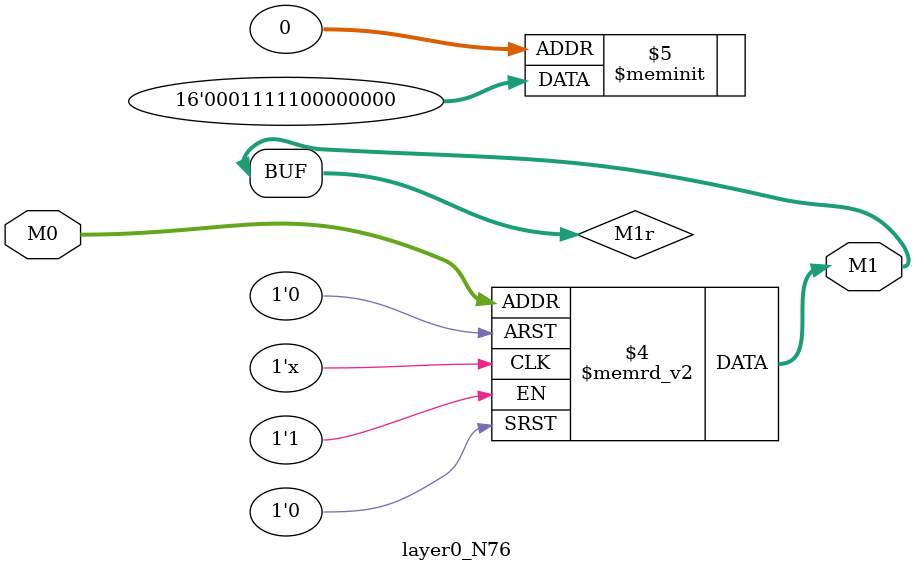
<source format=v>
module layer0_N76 ( input [2:0] M0, output [1:0] M1 );

	(*rom_style = "distributed" *) reg [1:0] M1r;
	assign M1 = M1r;
	always @ (M0) begin
		case (M0)
			3'b000: M1r = 2'b00;
			3'b100: M1r = 2'b11;
			3'b010: M1r = 2'b00;
			3'b110: M1r = 2'b01;
			3'b001: M1r = 2'b00;
			3'b101: M1r = 2'b11;
			3'b011: M1r = 2'b00;
			3'b111: M1r = 2'b00;

		endcase
	end
endmodule

</source>
